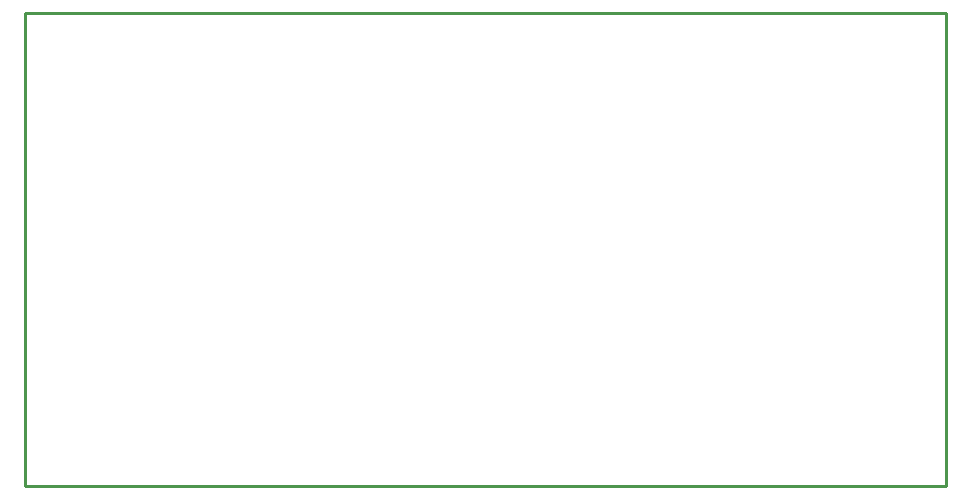
<source format=gko>
G04 Layer: BoardOutline*
G04 EasyEDA v6.4.19.4, 2021-06-11T02:13:33+02:00*
G04 afcd8683cfac40e295d78014fa455b8c,92d7176e1a3f4c55b0c7f3235df8e186,10*
G04 Gerber Generator version 0.2*
G04 Scale: 100 percent, Rotated: No, Reflected: No *
G04 Dimensions in millimeters *
G04 leading zeros omitted , absolute positions ,4 integer and 5 decimal *
%FSLAX45Y45*%
%MOMM*%

%ADD10C,0.2540*%
D10*
X680702Y5575300D02*
G01*
X8480696Y5575300D01*
X8480696Y1575302D01*
X680702Y1575302D01*
X680702Y5575300D01*

%LPD*%
M02*

</source>
